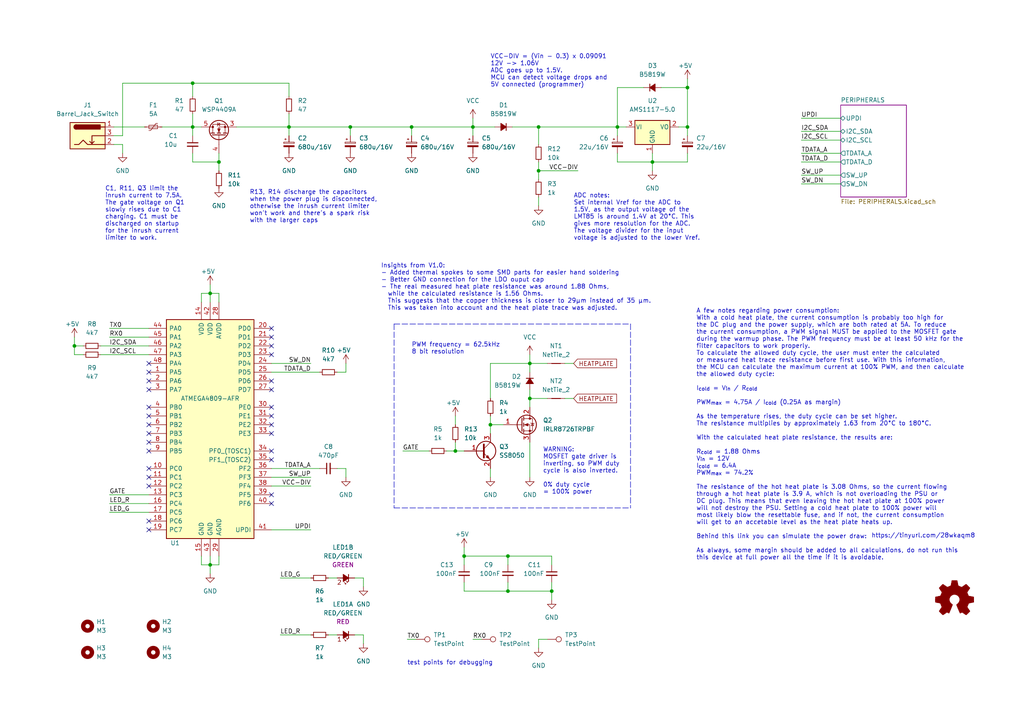
<source format=kicad_sch>
(kicad_sch (version 20211123) (generator eeschema)
  (paper "A4")
  (title_block (title "reflow solder plate") (date "2022-03-18") (rev "1.1"))
  (lib_symbols
    (symbol "ATMEGA4809-AFR:ATMEGA4809-AFR" (pin_names (offset 0.762))
      (property "Reference" "IC2" (at -10.16 -33.02 0))
      (property "Value" "ATMEGA4809-AFR" (at 0 8.89 0))
      (symbol "ATMEGA4809-AFR_0_0"
        (pin passive line (at -17.78 16.51 0) (length 5.08) (name "PA5") (number "1"))
        (pin passive line (at -17.78 -11.43 0) (length 5.08) (name "PC0") (number "10"))
        (pin passive line (at -17.78 -13.97 0) (length 5.08) (name "PC1") (number "11"))
        (pin passive line (at -17.78 -16.51 0) (length 5.08) (name "PC2") (number "12"))
        (pin passive line (at -17.78 -19.05 0) (length 5.08) (name "PC3") (number "13"))
        (pin passive line (at -2.54 36.83 270) (length 5.08) (name "VDD") (number "14"))
        (pin passive line (at -2.54 -36.83 90) (length 5.08) (name "GND") (number "15"))
        (pin passive line (at -17.78 -21.59 0) (length 5.08) (name "PC4") (number "16"))
        (pin passive line (at -17.78 -24.13 0) (length 5.08) (name "PC5") (number "17"))
        (pin passive line (at -17.78 -26.67 0) (length 5.08) (name "PC6") (number "18"))
        (pin passive line (at -17.78 -29.21 0) (length 5.08) (name "PC7") (number "19"))
        (pin passive line (at -17.78 13.97 0) (length 5.08) (name "PA6") (number "2"))
        (pin passive line (at 17.78 29.21 180) (length 5.08) (name "PD0") (number "20"))
        (pin passive line (at 17.78 26.67 180) (length 5.08) (name "PD1") (number "21"))
        (pin passive line (at 17.78 24.13 180) (length 5.08) (name "PD2") (number "22"))
        (pin passive line (at 17.78 21.59 180) (length 5.08) (name "PD3") (number "23"))
        (pin passive line (at 17.78 19.05 180) (length 5.08) (name "PD4") (number "24"))
        (pin passive line (at 17.78 16.51 180) (length 5.08) (name "PD5") (number "25"))
        (pin passive line (at 17.78 13.97 180) (length 5.08) (name "PD6") (number "26"))
        (pin passive line (at 17.78 11.43 180) (length 5.08) (name "PD7") (number "27"))
        (pin passive line (at 2.54 36.83 270) (length 5.08) (name "AVDD") (number "28"))
        (pin passive line (at 2.54 -36.83 90) (length 5.08) (name "AGND") (number "29"))
        (pin passive line (at -17.78 11.43 0) (length 5.08) (name "PA7") (number "3"))
        (pin passive line (at 17.78 6.35 180) (length 5.08) (name "PE0") (number "30"))
        (pin passive line (at 17.78 3.81 180) (length 5.08) (name "PE1") (number "31"))
        (pin passive line (at 17.78 1.27 180) (length 5.08) (name "PE2") (number "32"))
        (pin passive line (at 17.78 -1.27 180) (length 5.08) (name "PE3") (number "33"))
        (pin passive line (at 17.78 -6.35 180) (length 5.08) (name "PF0_(TOSC1)") (number "34"))
        (pin passive line (at 17.78 -8.89 180) (length 5.08) (name "PF1_(TOSC2)") (number "35"))
        (pin passive line (at 17.78 -11.43 180) (length 5.08) (name "PF2") (number "36"))
        (pin passive line (at 17.78 -13.97 180) (length 5.08) (name "PF3") (number "37"))
        (pin passive line (at 17.78 -16.51 180) (length 5.08) (name "PF4") (number "38"))
        (pin passive line (at 17.78 -19.05 180) (length 5.08) (name "PF5") (number "39"))
        (pin passive line (at -17.78 6.35 0) (length 5.08) (name "PB0") (number "4"))
        (pin passive line (at 17.78 -21.59 180) (length 5.08) (name "PF6") (number "40"))
        (pin passive line (at 17.78 -29.21 180) (length 5.08) (name "UPDI") (number "41"))
        (pin passive line (at 0 36.83 270) (length 5.08) (name "VDD") (number "42"))
        (pin passive line (at 0 -36.83 90) (length 5.08) (name "GND") (number "43"))
        (pin passive line (at -17.78 29.21 0) (length 5.08) (name "PA0") (number "44"))
        (pin passive line (at -17.78 26.67 0) (length 5.08) (name "PA1") (number "45"))
        (pin passive line (at -17.78 24.13 0) (length 5.08) (name "PA2") (number "46"))
        (pin passive line (at -17.78 21.59 0) (length 5.08) (name "PA3") (number "47"))
        (pin passive line (at -17.78 19.05 0) (length 5.08) (name "PA4") (number "48"))
        (pin passive line (at -17.78 3.81 0) (length 5.08) (name "PB1") (number "5"))
        (pin passive line (at -17.78 1.27 0) (length 5.08) (name "PB2") (number "6"))
        (pin passive line (at -17.78 -1.27 0) (length 5.08) (name "PB3") (number "7"))
        (pin passive line (at -17.78 -3.81 0) (length 5.08) (name "PB4") (number "8"))
        (pin passive line (at -17.78 -6.35 0) (length 5.08) (name "PB5") (number "9"))
      )
    )
    (symbol "Connector:Barrel_Jack_Switch" (pin_names hide)
      (property "Reference" "J" (at 0 5.334 0))
      (property "Value" "Barrel_Jack_Switch" (at 0 -5.08 0))
      (symbol "Barrel_Jack_Switch_1_1"
        (pin passive line (at 7.62 2.54 180) (length 2.54) (name "~") (number "1"))
        (pin passive line (at 7.62 -2.54 180) (length 2.54) (name "~") (number "2"))
        (pin passive line (at 7.62 0 180) (length 2.54) (name "~") (number "3"))
      )
    )
    (symbol "Connector:TestPoint" (pin_numbers hide) (pin_names (offset 0.762) hide)
      (property "Reference" "TP" (at 0 6.858 0))
      (property "Value" "TestPoint" (at 0 5.08 0))
      (symbol "TestPoint_1_1"
        (pin passive line (at 0 0 90) (length 2.54) (name "1") (number "1"))
      )
    )
    (symbol "Device:C_Polarized_Small" (pin_numbers hide) (pin_names (offset 0.254) hide)
      (property "Reference" "C" (at 0.254 1.778 0))
      (property "Value" "C_Polarized_Small" (at 0.254 -2.032 0))
      (symbol "C_Polarized_Small_1_1"
        (pin passive line (at 0 2.54 270) (length 1.8542) (name "~") (number "1"))
        (pin passive line (at 0 -2.54 90) (length 1.8542) (name "~") (number "2"))
      )
    )
    (symbol "Device:C_Small" (pin_numbers hide) (pin_names (offset 0.254) hide)
      (property "Reference" "C" (at 0.254 1.778 0))
      (property "Value" "C_Small" (at 0.254 -2.032 0))
      (symbol "C_Small_1_1"
        (pin passive line (at 0 2.54 270) (length 2.032) (name "~") (number "1"))
        (pin passive line (at 0 -2.54 90) (length 2.032) (name "~") (number "2"))
      )
    )
    (symbol "Device:D_Small_Filled" (pin_numbers hide) (pin_names (offset 0.254) hide)
      (property "Reference" "D" (at -1.27 2.032 0))
      (property "Value" "D_Small_Filled" (at -3.81 -2.032 0))
      (symbol "D_Small_Filled_1_1"
        (pin passive line (at -2.54 0 0) (length 1.778) (name "K") (number "1"))
        (pin passive line (at 2.54 0 180) (length 1.778) (name "A") (number "2"))
      )
    )
    (symbol "Device:NetTie_2" (pin_numbers hide) (pin_names (offset 0) hide)
      (property "Reference" "NT" (at 0 1.27 0))
      (property "Value" "NetTie_2" (at 0 -1.27 0))
      (symbol "NetTie_2_1_1"
        (pin passive line (at -2.54 0 0) (length 2.54) (name "1") (number "1"))
        (pin passive line (at 2.54 0 180) (length 2.54) (name "2") (number "2"))
      )
    )
    (symbol "Device:Polyfuse_Small" (pin_numbers hide) (pin_names (offset 0))
      (property "Reference" "F" (at -1.905 0 90))
      (property "Value" "Polyfuse_Small" (at 1.905 0 90))
      (symbol "Polyfuse_Small_1_1"
        (pin passive line (at 0 2.54 270) (length 0.635) (name "~") (number "1"))
        (pin passive line (at 0 -2.54 90) (length 0.635) (name "~") (number "2"))
      )
    )
    (symbol "Device:Q_NMOS_GDS" (pin_names (offset 0) hide)
      (property "Reference" "Q" (at 5.08 1.27 0))
      (property "Value" "Q_NMOS_GDS" (at 5.08 -1.27 0))
      (symbol "Q_NMOS_GDS_1_1"
        (pin input line (at -5.08 0 0) (length 2.54) (name "G") (number "1"))
        (pin passive line (at 2.54 5.08 270) (length 2.54) (name "D") (number "2"))
        (pin passive line (at 2.54 -5.08 90) (length 2.54) (name "S") (number "3"))
      )
    )
    (symbol "Device:Q_NPN_BEC" (pin_names (offset 0) hide)
      (property "Reference" "Q" (at 5.08 1.27 0))
      (property "Value" "Q_NPN_BEC" (at 5.08 -1.27 0))
      (symbol "Q_NPN_BEC_1_1"
        (pin input line (at -5.08 0 0) (length 5.715) (name "B") (number "1"))
        (pin passive line (at 2.54 -5.08 90) (length 2.54) (name "E") (number "2"))
        (pin passive line (at 2.54 5.08 270) (length 2.54) (name "C") (number "3"))
      )
    )
    (symbol "Device:R_Small" (pin_numbers hide) (pin_names (offset 0.254) hide)
      (property "Reference" "R" (at 0.762 0.508 0))
      (property "Value" "R_Small" (at 0.762 -1.016 0))
      (symbol "R_Small_1_1"
        (pin passive line (at 0 2.54 270) (length 0.762) (name "~") (number "1"))
        (pin passive line (at 0 -2.54 90) (length 0.762) (name "~") (number "2"))
      )
    )
    (symbol "Graphic:Logo_Open_Hardware_Small" (pin_names (offset 1.016)))
    (symbol "LED_Dual_AKAK_Split_Small_Filled_1" (pin_numbers hide) (pin_names (offset 0.254) hide)
      (property "Reference" "LED?" (at 0.0635 6.35 0))
      (property "Value" "LED_Dual_AKAK_Split_Small_Filled_1" (at 0.0635 3.81 0))
      (symbol "LED_Dual_AKAK_Split_Small_Filled_1_1_1"
        (text "1" (at 1.905 1.27 0) (effects (font (size 1.27 1.27))))
        (pin passive line (at 2.54 0 180) (length 1.778) (name "A1") (number "1"))
        (pin passive line (at -2.54 0 0) (length 1.778) (name "K1") (number "2"))
      )
      (symbol "LED_Dual_AKAK_Split_Small_Filled_1_2_1"
        (text "2" (at 1.905 1.27 0) (effects (font (size 1.27 1.27))))
        (pin passive line (at 2.54 0 180) (length 1.778) (name "A2") (number "3"))
        (pin passive line (at -2.54 0 0) (length 1.778) (name "K2") (number "4"))
      )
    )
    (symbol "Mechanical:MountingHole" (pin_names (offset 1.016))
      (property "Reference" "H" (at 0 5.08 0))
      (property "Value" "MountingHole" (at 0 3.175 0))
    )
    (symbol "Regulator_Linear:AMS1117-5.0" (pin_names (offset 0.254))
      (property "Reference" "U" (at -3.81 3.175 0))
      (property "Value" "AMS1117-5.0" (at 0 3.175 0))
      (symbol "AMS1117-5.0_1_1"
        (pin power_in line (at 0 -7.62 90) (length 2.54) (name "GND") (number "1"))
        (pin power_out line (at 7.62 0 180) (length 2.54) (name "VO") (number "2"))
        (pin power_in line (at -7.62 0 0) (length 2.54) (name "VI") (number "3"))
      )
    )
    (symbol "User:LED_Dual_AKAK_Split_Small_Filled" (pin_numbers hide) (pin_names (offset 0.254) hide)
      (property "Reference" "LED?" (at 0.0635 6.35 0))
      (property "Value" "LED_Dual_AKAK_Split_Small_Filled" (at 0.0635 3.81 0))
      (symbol "LED_Dual_AKAK_Split_Small_Filled_1_1"
        (text "1" (at 1.905 1.27 0) (effects (font (size 1.27 1.27))))
        (pin passive line (at 2.54 0 180) (length 1.778) (name "A1") (number "1"))
        (pin passive line (at -2.54 0 0) (length 1.778) (name "K1") (number "2"))
      )
      (symbol "LED_Dual_AKAK_Split_Small_Filled_2_1"
        (text "2" (at 1.905 1.27 0) (effects (font (size 1.27 1.27))))
        (pin passive line (at 2.54 0 180) (length 1.778) (name "A2") (number "3"))
        (pin passive line (at -2.54 0 0) (length 1.778) (name "K2") (number "4"))
      )
    )
    (symbol "User:Q_NMOS_SSSGDDDD" (pin_names (offset 0) hide)
      (property "Reference" "Q" (at 5.08 1.27 0))
      (property "Value" "Q_NMOS_SSSGDDDD" (at 5.08 -1.27 0))
      (symbol "Q_NMOS_SSSGDDDD_1_1"
        (pin passive line (at 2.54 -5.08 90) (length 2.54) hide (name "S") (number "1"))
        (pin passive line (at 2.54 -5.08 90) (length 2.54) hide (name "S") (number "2"))
        (pin passive line (at 2.54 -5.08 90) (length 2.54) (name "S") (number "3"))
        (pin input line (at -5.08 0 0) (length 2.54) (name "G") (number "4"))
        (pin passive line (at 2.54 5.08 270) (length 2.54) (name "D") (number "5"))
        (pin passive line (at 2.54 5.08 270) (length 2.54) hide (name "D") (number "6"))
        (pin passive line (at 2.54 5.08 270) (length 2.54) hide (name "D") (number "7"))
        (pin passive line (at 2.54 5.08 270) (length 2.54) hide (name "D") (number "8"))
      )
    )
    (symbol "power:+5V" (power) (pin_names (offset 0))
      (property "Value" "+5V" (at 0 3.556 0))
      (symbol "+5V_1_1"
        (pin power_in line (at 0 0 90) (length 0) hide (name "+5V") (number "1"))
      )
    )
    (symbol "power:GND" (power) (pin_names (offset 0))
      (property "Value" "GND" (at 0 -3.81 0))
      (symbol "GND_1_1"
        (pin power_in line (at 0 0 270) (length 0) hide (name "GND") (number "1"))
      )
    )
    (symbol "power:VCC" (power) (pin_names (offset 0))
      (property "Value" "VCC" (at 0 3.81 0))
      (symbol "VCC_1_1"
        (pin power_in line (at 0 0 90) (length 0) hide (name "VCC") (number "1"))
      )
    )
  )
  (junction (at 60.96 163.83))
  (junction (at 179.07 36.83))
  (junction (at 83.82 36.83))
  (junction (at 21.59 100.33))
  (junction (at 55.88 36.83))
  (junction (at 134.62 161.29))
  (junction (at 199.39 36.83))
  (junction (at 189.23 46.99))
  (junction (at 101.6 36.83))
  (junction (at 132.08 130.81))
  (junction (at 147.32 171.45))
  (junction (at 160.02 171.45))
  (junction (at 119.38 36.83))
  (junction (at 63.5 46.99))
  (junction (at 137.16 36.83))
  (junction (at 147.32 161.29))
  (junction (at 199.39 25.4))
  (junction (at 156.21 49.53))
  (junction (at 153.67 115.57))
  (junction (at 55.88 24.13))
  (junction (at 153.67 105.41))
  (junction (at 60.96 85.09))
  (junction (at 142.24 123.19))
  (junction (at 156.21 36.83))
  (no_connect (at 78.74 113.03))
  (no_connect (at 78.74 110.49))
  (no_connect (at 78.74 102.87))
  (no_connect (at 78.74 118.11))
  (no_connect (at 78.74 130.81))
  (no_connect (at 78.74 133.35))
  (no_connect (at 78.74 125.73))
  (no_connect (at 78.74 123.19))
  (no_connect (at 78.74 120.65))
  (no_connect (at 43.18 130.81))
  (no_connect (at 43.18 135.89))
  (no_connect (at 43.18 138.43))
  (no_connect (at 43.18 140.97))
  (no_connect (at 78.74 100.33))
  (no_connect (at 78.74 97.79))
  (no_connect (at 78.74 95.25))
  (no_connect (at 43.18 151.13))
  (no_connect (at 43.18 153.67))
  (no_connect (at 78.74 146.05))
  (no_connect (at 78.74 143.51))
  (no_connect (at 43.18 105.41))
  (no_connect (at 43.18 107.95))
  (no_connect (at 43.18 113.03))
  (no_connect (at 43.18 110.49))
  (no_connect (at 43.18 118.11))
  (no_connect (at 43.18 120.65))
  (no_connect (at 43.18 123.19))
  (no_connect (at 43.18 125.73))
  (no_connect (at 43.18 128.27))
  (wire (pts (xy 232.41 40.64) (xy 243.84 40.64)))
  (wire (pts (xy 160.02 163.83) (xy 160.02 161.29)))
  (wire (pts (xy 63.5 44.45) (xy 63.5 46.99)))
  (wire (pts (xy 60.96 85.09) (xy 58.42 85.09)))
  (wire (pts (xy 55.88 24.13) (xy 55.88 27.94)))
  (wire (pts (xy 97.79 135.89) (xy 100.33 135.89)))
  (wire (pts (xy 55.88 44.45) (xy 55.88 46.99)))
  (wire (pts (xy 158.75 185.42) (xy 156.21 185.42)))
  (wire (pts (xy 199.39 46.99) (xy 199.39 44.45)))
  (wire (pts (xy 153.67 105.41) (xy 158.75 105.41)))
  (polyline (pts (xy 114.3 93.98) (xy 114.3 147.32)))
  (wire (pts (xy 78.74 140.97) (xy 90.17 140.97)))
  (wire (pts (xy 119.38 36.83) (xy 101.6 36.83)))
  (wire (pts (xy 148.59 36.83) (xy 156.21 36.83)))
  (wire (pts (xy 58.42 36.83) (xy 55.88 36.83)))
  (wire (pts (xy 142.24 115.57) (xy 142.24 105.41)))
  (wire (pts (xy 31.75 95.25) (xy 43.18 95.25)))
  (wire (pts (xy 179.07 44.45) (xy 179.07 46.99)))
  (wire (pts (xy 63.5 163.83) (xy 63.5 161.29)))
  (wire (pts (xy 46.99 36.83) (xy 55.88 36.83)))
  (wire (pts (xy 160.02 171.45) (xy 160.02 168.91)))
  (wire (pts (xy 189.23 46.99) (xy 199.39 46.99)))
  (wire (pts (xy 199.39 39.37) (xy 199.39 36.83)))
  (wire (pts (xy 153.67 115.57) (xy 153.67 118.11)))
  (wire (pts (xy 43.18 143.51) (xy 31.75 143.51)))
  (wire (pts (xy 95.25 167.64) (xy 97.79 167.64)))
  (wire (pts (xy 83.82 33.02) (xy 83.82 36.83)))
  (polyline (pts (xy 114.3 147.32) (xy 182.88 147.32)))
  (wire (pts (xy 132.08 128.27) (xy 132.08 130.81)))
  (wire (pts (xy 189.23 46.99) (xy 189.23 49.53)))
  (wire (pts (xy 60.96 161.29) (xy 60.96 163.83)))
  (wire (pts (xy 63.5 46.99) (xy 63.5 49.53)))
  (wire (pts (xy 90.17 105.41) (xy 78.74 105.41)))
  (wire (pts (xy 55.88 33.02) (xy 55.88 36.83)))
  (wire (pts (xy 33.02 36.83) (xy 41.91 36.83)))
  (wire (pts (xy 83.82 36.83) (xy 101.6 36.83)))
  (wire (pts (xy 199.39 36.83) (xy 196.85 36.83)))
  (wire (pts (xy 105.41 167.64) (xy 102.87 167.64)))
  (wire (pts (xy 142.24 120.65) (xy 142.24 123.19)))
  (wire (pts (xy 142.24 105.41) (xy 153.67 105.41)))
  (wire (pts (xy 29.21 100.33) (xy 43.18 100.33)))
  (wire (pts (xy 95.25 184.15) (xy 97.79 184.15)))
  (wire (pts (xy 232.41 46.99) (xy 243.84 46.99)))
  (wire (pts (xy 163.83 105.41) (xy 166.37 105.41)))
  (wire (pts (xy 100.33 135.89) (xy 100.33 138.43)))
  (wire (pts (xy 105.41 170.18) (xy 105.41 167.64)))
  (wire (pts (xy 134.62 158.75) (xy 134.62 161.29)))
  (wire (pts (xy 58.42 161.29) (xy 58.42 163.83)))
  (wire (pts (xy 142.24 123.19) (xy 142.24 125.73)))
  (wire (pts (xy 232.41 50.8) (xy 243.84 50.8)))
  (wire (pts (xy 166.37 115.57) (xy 163.83 115.57)))
  (wire (pts (xy 179.07 25.4) (xy 179.07 36.83)))
  (wire (pts (xy 81.28 167.64) (xy 90.17 167.64)))
  (wire (pts (xy 153.67 113.03) (xy 153.67 115.57)))
  (wire (pts (xy 97.79 107.95) (xy 100.33 107.95)))
  (wire (pts (xy 100.33 105.41) (xy 100.33 107.95)))
  (wire (pts (xy 147.32 161.29) (xy 134.62 161.29)))
  (polyline (pts (xy 182.88 93.98) (xy 182.88 147.32)))
  (wire (pts (xy 29.21 102.87) (xy 43.18 102.87)))
  (wire (pts (xy 118.11 185.42) (xy 120.65 185.42)))
  (wire (pts (xy 132.08 130.81) (xy 134.62 130.81)))
  (wire (pts (xy 101.6 36.83) (xy 101.6 39.37)))
  (wire (pts (xy 232.41 38.1) (xy 243.84 38.1)))
  (wire (pts (xy 181.61 36.83) (xy 179.07 36.83)))
  (wire (pts (xy 68.58 36.83) (xy 83.82 36.83)))
  (wire (pts (xy 60.96 166.37) (xy 60.96 163.83)))
  (wire (pts (xy 142.24 135.89) (xy 142.24 138.43)))
  (wire (pts (xy 55.88 24.13) (xy 83.82 24.13)))
  (wire (pts (xy 142.24 123.19) (xy 146.05 123.19)))
  (wire (pts (xy 31.75 148.59) (xy 43.18 148.59)))
  (wire (pts (xy 21.59 100.33) (xy 21.59 102.87)))
  (wire (pts (xy 35.56 41.91) (xy 35.56 44.45)))
  (wire (pts (xy 60.96 85.09) (xy 60.96 87.63)))
  (wire (pts (xy 153.67 105.41) (xy 153.67 107.95)))
  (wire (pts (xy 78.74 135.89) (xy 92.71 135.89)))
  (wire (pts (xy 191.77 25.4) (xy 199.39 25.4)))
  (wire (pts (xy 83.82 36.83) (xy 83.82 39.37)))
  (wire (pts (xy 105.41 184.15) (xy 105.41 186.69)))
  (wire (pts (xy 21.59 97.79) (xy 21.59 100.33)))
  (wire (pts (xy 156.21 46.99) (xy 156.21 49.53)))
  (wire (pts (xy 35.56 24.13) (xy 35.56 39.37)))
  (wire (pts (xy 129.54 130.81) (xy 132.08 130.81)))
  (wire (pts (xy 119.38 36.83) (xy 119.38 39.37)))
  (wire (pts (xy 132.08 120.65) (xy 132.08 123.19)))
  (wire (pts (xy 189.23 44.45) (xy 189.23 46.99)))
  (wire (pts (xy 60.96 82.55) (xy 60.96 85.09)))
  (wire (pts (xy 63.5 87.63) (xy 63.5 85.09)))
  (wire (pts (xy 116.84 130.81) (xy 124.46 130.81)))
  (wire (pts (xy 156.21 36.83) (xy 179.07 36.83)))
  (wire (pts (xy 199.39 22.86) (xy 199.39 25.4)))
  (wire (pts (xy 137.16 34.29) (xy 137.16 36.83)))
  (wire (pts (xy 78.74 153.67) (xy 90.17 153.67)))
  (wire (pts (xy 153.67 102.87) (xy 153.67 105.41)))
  (wire (pts (xy 153.67 115.57) (xy 158.75 115.57)))
  (wire (pts (xy 137.16 185.42) (xy 139.7 185.42)))
  (wire (pts (xy 156.21 36.83) (xy 156.21 41.91)))
  (wire (pts (xy 232.41 44.45) (xy 243.84 44.45)))
  (wire (pts (xy 63.5 85.09) (xy 60.96 85.09)))
  (wire (pts (xy 134.62 168.91) (xy 134.62 171.45)))
  (wire (pts (xy 160.02 173.99) (xy 160.02 171.45)))
  (wire (pts (xy 90.17 138.43) (xy 78.74 138.43)))
  (wire (pts (xy 31.75 146.05) (xy 43.18 146.05)))
  (wire (pts (xy 179.07 46.99) (xy 189.23 46.99)))
  (wire (pts (xy 147.32 161.29) (xy 147.32 163.83)))
  (wire (pts (xy 134.62 171.45) (xy 147.32 171.45)))
  (wire (pts (xy 199.39 25.4) (xy 199.39 36.83)))
  (wire (pts (xy 83.82 24.13) (xy 83.82 27.94)))
  (wire (pts (xy 33.02 41.91) (xy 35.56 41.91)))
  (wire (pts (xy 21.59 100.33) (xy 24.13 100.33)))
  (wire (pts (xy 156.21 59.69) (xy 156.21 57.15)))
  (wire (pts (xy 156.21 49.53) (xy 156.21 52.07)))
  (wire (pts (xy 156.21 185.42) (xy 156.21 187.96)))
  (wire (pts (xy 33.02 39.37) (xy 35.56 39.37)))
  (wire (pts (xy 60.96 163.83) (xy 63.5 163.83)))
  (wire (pts (xy 137.16 36.83) (xy 143.51 36.83)))
  (wire (pts (xy 243.84 34.29) (xy 232.41 34.29)))
  (wire (pts (xy 186.69 25.4) (xy 179.07 25.4)))
  (wire (pts (xy 147.32 168.91) (xy 147.32 171.45)))
  (wire (pts (xy 102.87 184.15) (xy 105.41 184.15)))
  (wire (pts (xy 78.74 107.95) (xy 92.71 107.95)))
  (wire (pts (xy 179.07 36.83) (xy 179.07 39.37)))
  (wire (pts (xy 137.16 36.83) (xy 137.16 39.37)))
  (wire (pts (xy 35.56 24.13) (xy 55.88 24.13)))
  (wire (pts (xy 147.32 171.45) (xy 160.02 171.45)))
  (wire (pts (xy 81.28 184.15) (xy 90.17 184.15)))
  (wire (pts (xy 58.42 85.09) (xy 58.42 87.63)))
  (wire (pts (xy 31.75 97.79) (xy 43.18 97.79)))
  (wire (pts (xy 153.67 128.27) (xy 153.67 138.43)))
  (wire (pts (xy 24.13 102.87) (xy 21.59 102.87)))
  (wire (pts (xy 55.88 46.99) (xy 63.5 46.99)))
  (wire (pts (xy 156.21 49.53) (xy 167.64 49.53)))
  (wire (pts (xy 58.42 163.83) (xy 60.96 163.83)))
  (polyline (pts (xy 114.3 93.98) (xy 182.88 93.98)))
  (wire (pts (xy 232.41 53.34) (xy 243.84 53.34)))
  (wire (pts (xy 160.02 161.29) (xy 147.32 161.29)))
  (wire (pts (xy 137.16 36.83) (xy 119.38 36.83)))
  (wire (pts (xy 55.88 36.83) (xy 55.88 39.37)))
  (wire (pts (xy 134.62 161.29) (xy 134.62 163.83)))
  (text "C1, R11, Q3 limit the \ninrush current to 7.5A.\nThe gate voltage on Q1\nslowly rises due to C1\ncharging. C1 must be\ndischarged on startup\nfor the inrush current\nlimiter to work." (at 30.48 69.85 0) (effects (font (size 1.27 1.27)) (justify left bottom)))
  (text "VCC-DIV = (Vin - 0.3) x 0.09091\n12V -> 1.06V\nADC goes up to 1.5V.\nMCU can detect voltage drops and\n5V connected (programmer)\n" (at 142.24 25.4 0) (effects (font (size 1.27 1.27)) (justify left bottom)))
  (text "PWM frequency = 62.5kHz\n8 bit resolution" (at 119.38 102.87 0) (effects (font (size 1.27 1.27)) (justify left bottom)))
  (text "A few notes regarding power consumption:\nWith a cold heat plate, the current consumption is probably too high for\nthe DC plug and the power supply, which are both rated at 5A. To reduce\nthe current consumption, a PWM signal MUST be applied to the MOSFET gate\nduring the warmup phase. The PWM frequency must be at least 50 kHz for the\nfilter capacitors to work properly.\nTo calculate the allowed duty cycle, the user must enter the calculated \nor measured heat trace resistance before first use. With this information,\nthe MCU can calculate the maximum current at 100% PWM, and then calculate\nthe allowed duty cycle:\n\nI_{cold} = V_{in} / R_{cold}\n\nPWM_{max} = 4.75A / I_{cold} (0.25A as margin)\n\nAs the temperature rises, the duty cycle can be set higher.\nThe resistance multiplies by approximately 1.63 from 20°C to 180°C.\n\nWith the calculated heat plate resistance, the results are:\n\nR_{cold} = 1.88 Ohms\nV_{in} = 12V\nI_{cold} = 6.4A\nPWM_{max} = 74.2%\n\nThe resistance of the hot heat plate is 3.08 Ohms, so the current flowing \nthrough a hot heat plate is 3.9 A, which is not overloading the PSU or \nDC plug. This means that even leaving the hot heat plate at 100% power \nwill not destroy the PSU. Setting a cold heat plate to 100% power will\nmost likely blow the resettable fuse, and if not, the current consumption\nwill get to an accetable level as the heat plate heats up.\n\nBehind this link you can simulate the power draw: \n\nAs always, some margin should be added to all calculations, do not run this\nthis device at full power all the time if it is avoidable." (at 201.93 162.56 0) (effects (font (size 1.27 1.27)) (justify left bottom)))
  (text "WARNING:\nMOSFET gate driver is \ninverting, so PWM duty \ncycle is also inverted.\n\n0% duty cycle \n= 100% power" (at 157.48 143.51 0) (effects (font (size 1.27 1.27)) (justify left bottom)))
  (text "R13, R14 discharge the capacitors\nwhen the power plug is disconnected,\notherwise the inrush current limiter\nwon't work and there's a spark risk\nwith the larger caps" (at 72.39 64.77 0) (effects (font (size 1.27 1.27)) (justify left bottom)))
  (text "https://tinyurl.com/28wkaqm8" (at 252.73 156.21 0) (effects (font (size 1.27 1.27)) (justify left bottom)))
  (text "test points for debugging" (at 118.11 193.04 0) (effects (font (size 1.27 1.27)) (justify left bottom)))
  (text "ADC notes:\nSet internal Vref for the ADC to \n1.5V, as the output voltage of the \nLMT85 is around 1.4V at 20°C. This \ngives more resolution for the ADC.\nThe voltage divider for the input \nvoltage is adjusted to the lower Vref." (at 166.37 69.85 0) (effects (font (size 1.27 1.27)) (justify left bottom)))
  (text "Insights from V1.0:\n- Added thermal spokes to some SMD parts for easier hand soldering\n- Better GND connection for the LDO ouput cap\n- The real measured heat plate resistance was around 1.88 Ohms,\n  while the calculated resistance is 1.56 Ohms.\n  This suggests that the copper thickness is closer to 29µm instead of 35 µm.\n  This was taken into account and the heat plate trace was adjusted." (at 110.49 90.17 0) (effects (font (size 1.27 1.27)) (justify left bottom)))
  (label "GATE" (at 116.84 130.81 0))
  (label "SW_DN" (at 232.41 53.34 0))
  (label "SW_UP" (at 90.17 138.43 180))
  (label "I2C_SCL" (at 232.41 40.64 0))
  (label "LED_G" (at 31.75 148.59 0))
  (label "TX0" (at 118.11 185.42 0))
  (label "VCC-DIV" (at 90.17 140.97 180))
  (label "TDATA_D" (at 90.17 107.95 180))
  (label "RX0" (at 137.16 185.42 0))
  (label "TX0" (at 31.75 95.25 0))
  (label "LED_G" (at 81.28 167.64 0))
  (label "UPDI" (at 232.41 34.29 0))
  (label "LED_R" (at 81.28 184.15 0))
  (label "LED_R" (at 31.75 146.05 0))
  (label "TDATA_A" (at 232.41 44.45 0))
  (label "VCC-DIV" (at 167.64 49.53 180))
  (label "TDATA_A" (at 90.17 135.89 180))
  (label "GATE" (at 31.75 143.51 0))
  (label "I2C_SDA" (at 31.75 100.33 0))
  (label "RX0" (at 31.75 97.79 0))
  (label "I2C_SDA" (at 232.41 38.1 0))
  (label "I2C_SCL" (at 31.75 102.87 0))
  (label "UPDI" (at 90.17 153.67 180))
  (label "TDATA_D" (at 232.41 46.99 0))
  (label "SW_UP" (at 232.41 50.8 0))
  (label "SW_DN" (at 90.17 105.41 180))
  (global_label "HEATPLATE" (shape input) (at 166.37 105.41 0) (property "Intersheet References" "${INTERSHEET_REFS}" (effects hide)))
  (global_label "HEATPLATE" (shape input) (at 166.37 115.57 0) (property "Intersheet References" "${INTERSHEET_REFS}" (effects hide)))
  (symbol (lib_id "power:GND") (at 105.41 170.18 0) (unit 1)
    (property "Reference" "#PWR0138" (effects hide))
    (property "Value" "GND" (at 105.41 175.26 0))
  )
  (symbol (lib_id "power:VCC") (at 153.67 102.87 0) (unit 1)
    (property "Reference" "#PWR0129" (effects hide))
    (property "Value" "VCC" (at 153.67 97.79 0))
  )
  (symbol (lib_id "Device:R_Small") (at 55.88 30.48 0) (unit 1)
    (property "Reference" "R1" (at 53.34 29.2099 0) (effects (justify right)))
    (property "Value" "47" (at 53.34 31.7499 0) (effects (justify right)))
    (property "Footprint" "Resistor_SMD:R_0805_2012Metric" (effects hide))
    (property "LCSC Part Number" "C17714" (effects hide))
    (property "LCSC Part Number Alternative" "C114541" (effects hide))
  )
  (symbol (lib_id "Mechanical:MountingHole") (at 44.45 189.23 0) (unit 1)
    (property "Reference" "H4" (at 46.99 187.9599 0) (effects (justify left)))
    (property "Value" "M3" (at 46.99 190.4999 0) (effects (justify left)))
    (property "Footprint" "MountingHole:MountingHole_3.2mm_M3" (effects hide))
    (property "Information" "buy both parts for studs and screws" (effects hide))
    (property "LCSC Part Number" "C551332" (effects hide))
    (property "LCSC Part Number Alternative" "C357543" (effects hide))
  )
  (symbol (lib_id "Device:C_Small") (at 134.62 166.37 0) (unit 1)
    (property "Reference" "C13" (at 127.635 163.83 0) (effects (justify left)))
    (property "Value" "100nF" (at 126.365 166.37 0) (effects (justify left)))
    (property "Footprint" "Capacitor_SMD:C_0805_2012Metric" (effects hide))
    (property "Information" "X7R" (effects hide))
    (property "LCSC Part Number" "C1711" (effects hide))
    (property "LCSC Part Number Alternative" "C49678" (effects hide))
  )
  (symbol (lib_id "power:GND") (at 83.82 44.45 0) (unit 1)
    (property "Reference" "#PWR0105" (effects hide))
    (property "Value" "GND" (at 83.82 49.53 0))
  )
  (symbol (lib_id "Device:R_Small") (at 95.25 107.95 90) (unit 1)
    (property "Reference" "R10" (at 95.25 101.6 90))
    (property "Value" "4k7" (at 95.25 104.14 90))
    (property "Footprint" "Resistor_SMD:R_0805_2012Metric" (effects hide))
    (property "LCSC Part Number" "C17673" (effects hide))
    (property "LCSC Part Number Alternative" "C105427" (effects hide))
  )
  (symbol (lib_id "power:GND") (at 105.41 186.69 0) (unit 1)
    (property "Reference" "#PWR0137" (effects hide))
    (property "Value" "GND" (at 105.41 191.77 0))
  )
  (symbol (lib_id "power:GND") (at 137.16 44.45 0) (unit 1)
    (property "Reference" "#PWR0108" (effects hide))
    (property "Value" "GND" (at 137.16 49.53 0))
  )
  (symbol (lib_id "Device:C_Small") (at 55.88 41.91 0) (unit 1)
    (property "Reference" "C1" (at 48.895 39.37 0) (effects (justify left)))
    (property "Value" "10u" (at 47.625 41.91 0) (effects (justify left)))
    (property "Footprint" "Capacitor_SMD:C_0805_2012Metric" (effects hide))
    (property "Information" "X5R or higher" (effects hide))
    (property "LCSC Part Number" "C2922480" (effects hide))
    (property "LCSC Part Number Alternative" "C84416" (effects hide))
  )
  (symbol (lib_id "power:GND") (at 156.21 59.69 0) (unit 1)
    (property "Reference" "#PWR0110" (effects hide))
    (property "Value" "GND" (at 156.21 64.77 0))
  )
  (symbol (lib_id "Device:C_Polarized_Small") (at 119.38 41.91 0) (unit 1)
    (property "Reference" "C4" (at 121.92 40.0938 0) (effects (justify left)))
    (property "Value" "680u/16V" (at 121.92 42.6338 0) (effects (justify left)))
    (property "Footprint" "Capacitor_THT:CP_Radial_D8.0mm_P3.50mm" (effects hide))
    (property "Information" "ripple current > 1A" (effects hide))
    (property "LCSC Part Number" "C88760" (effects hide))
    (property "LCSC Part Number Alternative" "C124221" (effects hide))
  )
  (symbol (lib_name "LED_Dual_AKAK_Split_Small_Filled_1") (lib_id "User:LED_Dual_AKAK_Split_Small_Filled") (at 100.33 167.64 180) (unit 2)
    (property "Reference" "LED1" (at 99.4799 158.75 0))
    (property "Value" "RED/GREEN" (at 99.4799 161.29 0))
    (property "Footprint" "LED_SMD:LED_Avago_PLCC4_3.2x2.8mm_CW" (effects hide))
    (property "COLOR" "GREEN" (at 99.4799 163.83 0))
    (property "LCSC Part Number" "C131251" (effects hide))
    (property "LCSC Part Number Alternative" "C601677" (effects hide))
  )
  (symbol (lib_id "User:Q_NMOS_SSSGDDDD") (at 63.5 39.37 90) (unit 1)
    (property "Reference" "Q1" (at 63.5 29.21 90))
    (property "Value" "WSP4409A" (at 63.5 31.75 90))
    (property "Footprint" "Package_SO:SOIC-8_3.9x4.9mm_P1.27mm" (effects hide))
    (property "Information" "PMOS, 30V, 15A, Rds(on) < 10mOhms" (effects hide))
    (property "LCSC Part Number" "C2880527" (effects hide))
    (property "LCSC Part Number Alternative" "C54807" (effects hide))
  )
  (symbol (lib_id "Device:R_Small") (at 156.21 44.45 0) (unit 1)
    (property "Reference" "R12" (at 158.75 43.1799 0) (effects (justify left)))
    (property "Value" "10k" (at 158.75 45.7199 0) (effects (justify left)))
    (property "Footprint" "Resistor_SMD:R_0805_2012Metric" (effects hide))
    (property "Information" "1%" (effects hide))
    (property "LCSC Part Number" "C17414" (effects hide))
    (property "LCSC Part Number Alternative" "C84376" (effects hide))
  )
  (symbol (lib_id "power:GND") (at 100.33 138.43 0) (unit 1)
    (property "Reference" "#PWR0135" (effects hide))
    (property "Value" "GND" (at 100.33 143.51 0))
  )
  (symbol (lib_id "Device:R_Small") (at 92.71 184.15 90) (unit 1)
    (property "Reference" "R7" (at 92.71 187.96 90))
    (property "Value" "1k" (at 92.71 190.5 90))
    (property "Footprint" "Resistor_SMD:R_0805_2012Metric" (effects hide))
    (property "Information" "1%" (effects hide))
    (property "LCSC Part Number" "C17513" (effects hide))
    (property "LCSC Part Number Alternative" "C95781" (effects hide))
  )
  (symbol (lib_id "Device:C_Polarized_Small") (at 137.16 41.91 0) (unit 1)
    (property "Reference" "C5" (at 139.7 40.0938 0) (effects (justify left)))
    (property "Value" "680u/16V" (at 139.7 42.6338 0) (effects (justify left)))
    (property "Footprint" "Capacitor_THT:CP_Radial_D8.0mm_P3.50mm" (effects hide))
    (property "Information" "ripple current > 1A" (effects hide))
    (property "LCSC Part Number" "C88760" (effects hide))
    (property "LCSC Part Number Alternative" "C124221" (effects hide))
  )
  (symbol (lib_id "Device:R_Small") (at 92.71 167.64 90) (unit 1)
    (property "Reference" "R6" (at 92.71 171.45 90))
    (property "Value" "1k" (at 92.71 173.99 90))
    (property "Footprint" "Resistor_SMD:R_0805_2012Metric" (effects hide))
    (property "Information" "1%" (effects hide))
    (property "LCSC Part Number" "C17513" (effects hide))
    (property "LCSC Part Number Alternative" "C95781" (effects hide))
  )
  (symbol (lib_id "power:GND") (at 35.56 44.45 0) (unit 1)
    (property "Reference" "#PWR0103" (effects hide))
    (property "Value" "GND" (at 35.56 49.53 0))
  )
  (symbol (lib_id "power:+5V") (at 100.33 105.41 0) (unit 1)
    (property "Reference" "#PWR0120" (effects hide))
    (property "Value" "+5V" (at 99.695 101.6 0))
  )
  (symbol (lib_id "Device:C_Polarized_Small") (at 179.07 41.91 0) (unit 1)
    (property "Reference" "C6" (at 176.53 40.0938 0) (effects (justify right)))
    (property "Value" "22u/16V" (at 176.53 42.6338 0) (effects (justify right)))
    (property "Footprint" "Capacitor_SMD:CP_Elec_4x5.4" (effects hide))
    (property "Information" "ESR > 0.3 ohms" (effects hide))
    (property "LCSC Part Number" "C88799" (effects hide))
    (property "LCSC Part Number Alternative" "C59942" (effects hide))
  )
  (symbol (lib_id "Device:D_Small_Filled") (at 153.67 110.49 270) (unit 1)
    (property "Reference" "D2" (at 151.13 109.2199 90) (effects (justify right)))
    (property "Value" "B5819W" (at 151.13 111.7599 90) (effects (justify right)))
    (property "Footprint" "Diode_SMD:D_SOD-123" (effects hide))
    (property "LCSC Part Number" "C64885" (effects hide))
    (property "LCSC Part Number Alternative" "C109213" (effects hide))
  )
  (symbol (lib_id "Device:R_Small") (at 127 130.81 90) (unit 1)
    (property "Reference" "R5" (at 127 124.46 90))
    (property "Value" "1k" (at 127 127 90))
    (property "Footprint" "Resistor_SMD:R_0805_2012Metric" (effects hide))
    (property "Information" "1%" (effects hide))
    (property "LCSC Part Number" "C17513" (effects hide))
    (property "LCSC Part Number Alternative" "C95781" (effects hide))
  )
  (symbol (lib_id "power:GND") (at 101.6 44.45 0) (unit 1)
    (property "Reference" "#PWR0106" (effects hide))
    (property "Value" "GND" (at 101.6 49.53 0))
  )
  (symbol (lib_id "Device:R_Small") (at 156.21 54.61 0) (unit 1)
    (property "Reference" "R3" (at 158.75 53.3399 0) (effects (justify left)))
    (property "Value" "1k" (at 158.75 55.8799 0) (effects (justify left)))
    (property "Footprint" "Resistor_SMD:R_0805_2012Metric" (effects hide))
    (property "Information" "1%" (effects hide))
    (property "LCSC Part Number" "C17513" (effects hide))
    (property "LCSC Part Number Alternative" "C95781" (effects hide))
  )
  (symbol (lib_id "User:LED_Dual_AKAK_Split_Small_Filled") (at 100.33 184.15 180) (unit 1)
    (property "Reference" "LED1" (at 99.4799 175.26 0))
    (property "Value" "RED/GREEN" (at 99.4799 177.8 0))
    (property "Footprint" "LED_SMD:LED_Avago_PLCC4_3.2x2.8mm_CW" (effects hide))
    (property "Color" "RED" (at 99.4799 180.34 0))
    (property "LCSC Part Number" "C131251" (effects hide))
    (property "LCSC Part Number Alternative" "C601677" (effects hide))
  )
  (symbol (lib_id "Device:R_Small") (at 63.5 52.07 0) (unit 1)
    (property "Reference" "R11" (at 66.04 50.7999 0) (effects (justify left)))
    (property "Value" "10k" (at 66.04 53.3399 0) (effects (justify left)))
    (property "Footprint" "Resistor_SMD:R_0805_2012Metric" (effects hide))
    (property "Information" "1%" (effects hide))
    (property "LCSC Part Number" "C17414" (effects hide))
    (property "LCSC Part Number Alternative" "C84376" (effects hide))
  )
  (symbol (lib_id "Device:Polyfuse_Small") (at 44.45 36.83 90) (unit 1)
    (property "Reference" "F1" (at 44.45 30.48 90))
    (property "Value" "5A" (at 44.45 33.02 90))
    (property "Footprint" "Fuse:Fuse_2920_7451Metric" (effects hide))
    (property "Information" "alt part costs more, but can be assembled by JLCPCB" (effects hide))
    (property "LCSC Part Number" "C910846" (effects hide))
    (property "LCSC Part Number Alternative" "C108585" (effects hide))
  )
  (symbol (lib_id "power:+5V") (at 134.62 158.75 0) (unit 1)
    (property "Reference" "#PWR0130" (effects hide))
    (property "Value" "+5V" (at 133.985 154.94 0))
  )
  (symbol (lib_id "power:VCC") (at 137.16 34.29 0) (unit 1)
    (property "Reference" "#PWR0101" (effects hide))
    (property "Value" "VCC" (at 137.16 29.21 0))
  )
  (symbol (lib_id "Device:R_Small") (at 83.82 30.48 0) (unit 1)
    (property "Reference" "R2" (at 86.36 29.2099 0) (effects (justify left)))
    (property "Value" "47" (at 86.36 31.7499 0) (effects (justify left)))
    (property "Footprint" "Resistor_SMD:R_0805_2012Metric" (effects hide))
    (property "LCSC Part Number" "C17714" (effects hide))
    (property "LCSC Part Number Alternative" "C114541" (effects hide))
  )
  (symbol (lib_id "power:GND") (at 60.96 166.37 0) (unit 1)
    (property "Reference" "#PWR0128" (effects hide))
    (property "Value" "GND" (at 60.96 171.45 0))
  )
  (symbol (lib_id "Device:C_Polarized_Small") (at 83.82 41.91 0) (unit 1)
    (property "Reference" "C2" (at 86.36 40.0938 0) (effects (justify left)))
    (property "Value" "680u/16V" (at 86.36 42.6338 0) (effects (justify left)))
    (property "Footprint" "Capacitor_THT:CP_Radial_D8.0mm_P3.50mm" (effects hide))
    (property "Information" "ripple current > 1A" (effects hide))
    (property "LCSC Part Number" "C88760" (effects hide))
    (property "LCSC Part Number Alternative" "C124221" (effects hide))
  )
  (symbol (lib_id "Regulator_Linear:AMS1117-5.0") (at 189.23 36.83 0) (unit 1)
    (property "Reference" "U2" (at 189.23 29.21 0))
    (property "Value" "AMS1117-5.0" (at 189.23 31.75 0))
    (property "Footprint" "Package_TO_SOT_SMD:SOT-89-3" (effects hide))
    (property "LCSC Part Number" "C351450" (effects hide))
    (property "LCSC Part Number Alternative" "C126020" (effects hide))
  )
  (symbol (lib_id "Mechanical:MountingHole") (at 25.4 181.61 0) (unit 1)
    (property "Reference" "H1" (at 27.94 180.3399 0) (effects (justify left)))
    (property "Value" "M3" (at 27.94 182.8799 0) (effects (justify left)))
    (property "Footprint" "MountingHole:MountingHole_3.2mm_M3" (effects hide))
    (property "Information" "buy both parts for studs and screws" (effects hide))
    (property "LCSC Part Number" "C551332" (effects hide))
    (property "LCSC Part Number Alternative" "C357543" (effects hide))
  )
  (symbol (lib_id "Connector:TestPoint") (at 158.75 185.42 270) (unit 1)
    (property "Reference" "TP3" (at 163.83 184.1499 90) (effects (justify left)))
    (property "Value" "TestPoint" (at 163.83 186.6899 90) (effects (justify left)))
    (property "Footprint" "TestPoint:TestPoint_Pad_D1.5mm" (effects hide))
  )
  (symbol (lib_id "Device:C_Small") (at 147.32 166.37 0) (unit 1)
    (property "Reference" "C9" (at 140.335 163.83 0) (effects (justify left)))
    (property "Value" "100nF" (at 139.065 166.37 0) (effects (justify left)))
    (property "Footprint" "Capacitor_SMD:C_0805_2012Metric" (effects hide))
    (property "Information" "X7R" (effects hide))
    (property "LCSC Part Number" "C1711" (effects hide))
    (property "LCSC Part Number Alternative" "C49678" (effects hide))
  )
  (symbol (lib_id "Device:Q_NPN_BEC") (at 139.7 130.81 0) (unit 1)
    (property "Reference" "Q3" (at 144.78 129.5399 0) (effects (justify left)))
    (property "Value" "SS8050" (at 144.78 132.0799 0) (effects (justify left)))
    (property "Footprint" "Package_TO_SOT_SMD:SOT-23" (effects hide))
    (property "LCSC Part Number" "C444722" (effects hide))
    (property "LCSC Part Number Alternative" "C2150" (effects hide))
  )
  (symbol (lib_id "Connector:TestPoint") (at 139.7 185.42 270) (unit 1)
    (property "Reference" "TP2" (at 144.78 184.1499 90) (effects (justify left)))
    (property "Value" "TestPoint" (at 144.78 186.6899 90) (effects (justify left)))
    (property "Footprint" "TestPoint:TestPoint_Pad_D1.5mm" (effects hide))
  )
  (symbol (lib_id "Device:R_Small") (at 132.08 125.73 180) (unit 1)
    (property "Reference" "R13" (at 134.62 124.4599 0) (effects (justify right)))
    (property "Value" "10k" (at 134.62 126.9999 0) (effects (justify right)))
    (property "Footprint" "Resistor_SMD:R_0805_2012Metric" (effects hide))
    (property "Information" "1%" (effects hide))
    (property "LCSC Part Number" "C17414" (effects hide))
    (property "LCSC Part Number Alternative" "C84376" (effects hide))
  )
  (symbol (lib_id "Graphic:Logo_Open_Hardware_Small") (at 276.86 173.99 0) (unit 1) (in_bom no)
    (property "Reference" "LOGO1" (effects hide))
    (property "Value" "Logo_Open_Hardware_Small" (effects hide))
    (property "Footprint" "Symbol:OSHW-Logo2_7.3x6mm_SilkScreen" (effects hide))
  )
  (symbol (lib_id "power:GND") (at 142.24 138.43 0) (unit 1)
    (property "Reference" "#PWR0133" (effects hide))
    (property "Value" "GND" (at 142.24 143.51 0))
  )
  (symbol (lib_id "power:+5V") (at 132.08 120.65 0) (unit 1)
    (property "Reference" "#PWR0131" (effects hide))
    (property "Value" "+5V" (at 131.445 116.84 0))
  )
  (symbol (lib_id "power:+5V") (at 21.59 97.79 0) (unit 1)
    (property "Reference" "#PWR0112" (effects hide))
    (property "Value" "+5V" (at 20.955 93.98 0))
  )
  (symbol (lib_id "power:GND") (at 153.67 138.43 0) (unit 1)
    (property "Reference" "#PWR0134" (effects hide))
    (property "Value" "GND" (at 153.67 143.51 0))
  )
  (symbol (lib_id "power:+5V") (at 199.39 22.86 0) (unit 1)
    (property "Reference" "#PWR0102" (effects hide))
    (property "Value" "+5V" (at 198.755 19.05 0))
  )
  (symbol (lib_id "power:GND") (at 63.5 54.61 0) (unit 1)
    (property "Reference" "#PWR0143" (effects hide))
    (property "Value" "GND" (at 63.5 59.69 0))
  )
  (symbol (lib_id "Device:D_Small_Filled") (at 189.23 25.4 0) (unit 1)
    (property "Reference" "D3" (at 189.23 19.05 0))
    (property "Value" "B5819W" (at 189.23 21.59 0))
    (property "Footprint" "Diode_SMD:D_SOD-123" (effects hide))
    (property "LCSC Part Number" "C64885" (effects hide))
    (property "LCSC Part Number Alternative" "C109213" (effects hide))
  )
  (symbol (lib_id "power:+5V") (at 60.96 82.55 0) (unit 1)
    (property "Reference" "#PWR0111" (effects hide))
    (property "Value" "+5V" (at 60.325 78.74 0))
  )
  (symbol (lib_id "Connector:Barrel_Jack_Switch") (at 25.4 39.37 0) (unit 1)
    (property "Reference" "J1" (at 25.4 30.48 0))
    (property "Value" "Barrel_Jack_Switch" (at 25.4 33.02 0))
    (property "Footprint" "Connector_BarrelJack:BarrelJack_Horizontal" (effects hide))
    (property "Information" "must have 5A rating, alt part has smaller pin" (effects hide))
    (property "LCSC Part Number" "C381115" (effects hide))
    (property "LCSC Part Number Alternative" "C381116" (effects hide))
  )
  (symbol (lib_id "Device:C_Polarized_Small") (at 199.39 41.91 0) (unit 1)
    (property "Reference" "C7" (at 201.93 40.0938 0) (effects (justify left)))
    (property "Value" "22u/16V" (at 201.93 42.6338 0) (effects (justify left)))
    (property "Footprint" "Capacitor_SMD:CP_Elec_4x5.4" (effects hide))
    (property "Information" "ESR > 0.3 ohms" (effects hide))
    (property "LCSC Part Number" "C88799" (effects hide))
    (property "LCSC Part Number Alternative" "C59942" (effects hide))
  )
  (symbol (lib_id "Device:NetTie_2") (at 161.29 115.57 0) (unit 1) (in_bom no)
    (property "Reference" "NT2" (at 161.29 110.49 0))
    (property "Value" "NetTie_2" (at 161.29 113.03 0))
    (property "Footprint" "NetTie:NetTie-2_SMD_Pad1.3mm" (effects hide))
  )
  (symbol (lib_id "power:GND") (at 119.38 44.45 0) (unit 1)
    (property "Reference" "#PWR0107" (effects hide))
    (property "Value" "GND" (at 119.38 49.53 0))
  )
  (symbol (lib_id "Device:NetTie_2") (at 161.29 105.41 0) (unit 1) (in_bom no)
    (property "Reference" "NT1" (at 161.29 100.33 0))
    (property "Value" "NetTie_2" (at 161.29 102.87 0))
    (property "Footprint" "NetTie:NetTie-2_SMD_Pad1.3mm" (effects hide))
  )
  (symbol (lib_id "Device:C_Small") (at 160.02 166.37 0) (unit 1)
    (property "Reference" "C11" (at 153.035 163.83 0) (effects (justify left)))
    (property "Value" "100nF" (at 151.765 166.37 0) (effects (justify left)))
    (property "Footprint" "Capacitor_SMD:C_0805_2012Metric" (effects hide))
    (property "Information" "X7R" (effects hide))
    (property "LCSC Part Number" "C1711" (effects hide))
    (property "LCSC Part Number Alternative" "C49678" (effects hide))
  )
  (symbol (lib_id "Device:Q_NMOS_GDS") (at 151.13 123.19 0) (unit 1)
    (property "Reference" "Q2" (at 157.48 121.9199 0) (effects (justify left)))
    (property "Value" "IRLR8726TRPBF" (at 157.48 124.4599 0) (effects (justify left)))
    (property "Footprint" "Package_TO_SOT_SMD:TO-252-2" (effects hide))
    (property "Information" "NMOS, 30V, 60A, Rds(on) < 10mOhms" (effects hide))
    (property "LCSC Part Number" "C81137" (effects hide))
    (property "LCSC Part Number Alternative" "C108901" (effects hide))
  )
  (symbol (lib_id "Device:R_Small") (at 142.24 118.11 180) (unit 1)
    (property "Reference" "R4" (at 144.78 116.8399 0) (effects (justify right)))
    (property "Value" "1k" (at 144.78 119.3799 0) (effects (justify right)))
    (property "Footprint" "Resistor_SMD:R_0805_2012Metric" (effects hide))
    (property "Information" "1%" (effects hide))
    (property "LCSC Part Number" "C17513" (effects hide))
    (property "LCSC Part Number Alternative" "C95781" (effects hide))
  )
  (symbol (lib_id "Device:R_Small") (at 26.67 102.87 90) (unit 1)
    (property "Reference" "R9" (at 26.67 106.68 90))
    (property "Value" "4k7" (at 26.67 109.22 90))
    (property "Footprint" "Resistor_SMD:R_0805_2012Metric" (effects hide))
    (property "LCSC Part Number" "C17673" (effects hide))
    (property "LCSC Part Number Alternative" "C105427" (effects hide))
  )
  (symbol (lib_id "Device:C_Polarized_Small") (at 101.6 41.91 0) (unit 1)
    (property "Reference" "C3" (at 104.14 40.0938 0) (effects (justify left)))
    (property "Value" "680u/16V" (at 104.14 42.6338 0) (effects (justify left)))
    (property "Footprint" "Capacitor_THT:CP_Radial_D8.0mm_P3.50mm" (effects hide))
    (property "Information" "ripple current > 1A" (effects hide))
    (property "LCSC Part Number" "C88760" (effects hide))
    (property "LCSC Part Number Alternative" "C124221" (effects hide))
  )
  (symbol (lib_id "power:GND") (at 156.21 187.96 0) (unit 1)
    (property "Reference" "#PWR0142" (effects hide))
    (property "Value" "GND" (at 156.21 193.04 0))
  )
  (symbol (lib_id "ATMEGA4809-AFR:ATMEGA4809-AFR") (at 60.96 124.46 0) (unit 1)
    (property "Reference" "U1" (at 50.8 157.48 0))
    (property "Value" "ATMEGA4809-AFR" (at 60.96 115.57 0))
    (property "Footprint" "Package_QFP:TQFP-48_7x7mm_P0.5mm" (effects hide))
    (property "Description" "MICROCHIP - ATMEGA4809-AFR - MCU, 8BIT, ATMEGA, 20MHZ, TQFP-48" (effects hide))
    (property "Height" "1.2" (effects hide))
    (property "Manufacturer_Name" "Microchip" (effects hide))
    (property "Manufacturer_Part_Number" "ATMEGA4809-AFR" (effects hide))
    (property "Mouser Part Number" "556-ATMEGA4809-AFR" (effects hide))
    (property "Mouser Price/Stock" "https://www.mouser.co.uk/ProductDetail/Microchip-Technology-Atmel/ATMEGA4809-AFR?qs=lYGu3FyN48fyX8GjkvcD6Q%3D%3D" (effects hide))
    (property "Arrow Part Number" "ATMEGA4809-AFR" (effects hide))
    (property "Arrow Price/Stock" "https://www.arrow.com/en/products/atmega4809-afr/microchip-technology?region=nac" (effects hide))
    (property "LCSC Part Number" "C189475" (effects hide))
  )
  (symbol (lib_id "power:GND") (at 160.02 173.99 0) (unit 1)
    (property "Reference" "#PWR0132" (effects hide))
    (property "Value" "GND" (at 160.02 179.07 0))
  )
  (symbol (lib_id "Device:R_Small") (at 26.67 100.33 90) (unit 1)
    (property "Reference" "R8" (at 26.67 93.98 90))
    (property "Value" "4k7" (at 26.67 96.52 90))
    (property "Footprint" "Resistor_SMD:R_0805_2012Metric" (effects hide))
    (property "LCSC Part Number" "C17673" (effects hide))
    (property "LCSC Part Number Alternative" "C105427" (effects hide))
  )
  (symbol (lib_id "Mechanical:MountingHole") (at 44.45 181.61 0) (unit 1)
    (property "Reference" "H2" (at 46.99 180.3399 0) (effects (justify left)))
    (property "Value" "M3" (at 46.99 182.8799 0) (effects (justify left)))
    (property "Footprint" "MountingHole:MountingHole_3.2mm_M3" (effects hide))
    (property "Information" "buy both parts for studs and screws" (effects hide))
    (property "LCSC Part Number" "C551332" (effects hide))
    (property "LCSC Part Number Alternative" "C357543" (effects hide))
  )
  (symbol (lib_id "power:GND") (at 189.23 49.53 0) (unit 1)
    (property "Reference" "#PWR0109" (effects hide))
    (property "Value" "GND" (at 189.23 54.61 0))
  )
  (symbol (lib_id "Connector:TestPoint") (at 120.65 185.42 270) (unit 1)
    (property "Reference" "TP1" (at 125.73 184.1499 90) (effects (justify left)))
    (property "Value" "TestPoint" (at 125.73 186.6899 90) (effects (justify left)))
    (property "Footprint" "TestPoint:TestPoint_Pad_D1.5mm" (effects hide))
  )
  (symbol (lib_id "Device:C_Small") (at 95.25 135.89 90) (unit 1)
    (property "Reference" "C8" (at 95.2563 129.54 90))
    (property "Value" "470pF" (at 95.2563 132.08 90))
    (property "Footprint" "Capacitor_SMD:C_0805_2012Metric" (effects hide))
    (property "Information" "X7R" (effects hide))
    (property "LCSC Part Number" "C1743" (effects hide))
    (property "LCSC Part Number Alternative" "-" (effects hide))
  )
  (symbol (lib_id "Mechanical:MountingHole") (at 25.4 189.23 0) (unit 1)
    (property "Reference" "H3" (at 27.94 187.9599 0) (effects (justify left)))
    (property "Value" "M3" (at 27.94 190.4999 0) (effects (justify left)))
    (property "Footprint" "MountingHole:MountingHole_3.2mm_M3" (effects hide))
    (property "Information" "buy both parts for studs and screws" (effects hide))
    (property "LCSC Part Number" "C551332" (effects hide))
    (property "LCSC Part Number Alternative" "C357543" (effects hide))
  )
  (symbol (lib_id "Device:D_Small_Filled") (at 146.05 36.83 180) (unit 1)
    (property "Reference" "D1" (at 146.05 30.48 0))
    (property "Value" "B5819W" (at 146.05 33.02 0))
    (property "Footprint" "Diode_SMD:D_SOD-123" (effects hide))
    (property "LCSC Part Number" "C64885" (effects hide))
    (property "LCSC Part Number Alternative" "C109213" (effects hide))
  )
  (sheet (at 243.84 30.48) (size 19.05 26.67) (stroke (width 0.1524) (color 132 0 132 1)) (fill (color 255 255 255 0.0000))
    (property "Sheet name" "PERIPHERALS" (at 243.84 29.7684 0) (effects (justify left bottom)))
    (property "Sheet file" "PERIPHERALS.kicad_sch" (at 243.84 57.7346 0) (effects (justify left top)))
    (pin "I2C_SDA" bidirectional (at 243.84 38.1 180))
    (pin "I2C_SCL" bidirectional (at 243.84 40.64 180))
    (pin "TDATA_D" output (at 243.84 46.99 180))
    (pin "TDATA_A" output (at 243.84 44.45 180))
    (pin "SW_DN" output (at 243.84 53.34 180))
    (pin "SW_UP" output (at 243.84 50.8 180))
    (pin "UPDI" bidirectional (at 243.84 34.29 180))
  )
)
</source>
